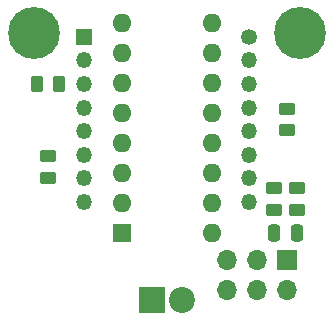
<source format=gbs>
G04 #@! TF.GenerationSoftware,KiCad,Pcbnew,(6.0.2)*
G04 #@! TF.CreationDate,2022-09-28T01:57:45+02:00*
G04 #@! TF.ProjectId,Tiny-Power-Meter,54696e79-2d50-46f7-9765-722d4d657465,rev?*
G04 #@! TF.SameCoordinates,Original*
G04 #@! TF.FileFunction,Soldermask,Bot*
G04 #@! TF.FilePolarity,Negative*
%FSLAX46Y46*%
G04 Gerber Fmt 4.6, Leading zero omitted, Abs format (unit mm)*
G04 Created by KiCad (PCBNEW (6.0.2)) date 2022-09-28 01:57:45*
%MOMM*%
%LPD*%
G01*
G04 APERTURE LIST*
G04 Aperture macros list*
%AMRoundRect*
0 Rectangle with rounded corners*
0 $1 Rounding radius*
0 $2 $3 $4 $5 $6 $7 $8 $9 X,Y pos of 4 corners*
0 Add a 4 corners polygon primitive as box body*
4,1,4,$2,$3,$4,$5,$6,$7,$8,$9,$2,$3,0*
0 Add four circle primitives for the rounded corners*
1,1,$1+$1,$2,$3*
1,1,$1+$1,$4,$5*
1,1,$1+$1,$6,$7*
1,1,$1+$1,$8,$9*
0 Add four rect primitives between the rounded corners*
20,1,$1+$1,$2,$3,$4,$5,0*
20,1,$1+$1,$4,$5,$6,$7,0*
20,1,$1+$1,$6,$7,$8,$9,0*
20,1,$1+$1,$8,$9,$2,$3,0*%
G04 Aperture macros list end*
%ADD10R,2.200000X2.200000*%
%ADD11C,2.200000*%
%ADD12R,1.350000X1.350000*%
%ADD13O,1.350000X1.350000*%
%ADD14C,1.350000*%
%ADD15R,1.700000X1.700000*%
%ADD16O,1.700000X1.700000*%
%ADD17C,0.700000*%
%ADD18C,4.400000*%
%ADD19RoundRect,0.250000X0.450000X-0.262500X0.450000X0.262500X-0.450000X0.262500X-0.450000X-0.262500X0*%
%ADD20RoundRect,0.250000X0.262500X0.450000X-0.262500X0.450000X-0.262500X-0.450000X0.262500X-0.450000X0*%
%ADD21RoundRect,0.250000X-0.450000X0.262500X-0.450000X-0.262500X0.450000X-0.262500X0.450000X0.262500X0*%
%ADD22O,1.600000X1.600000*%
%ADD23R,1.600000X1.600000*%
%ADD24RoundRect,0.250000X-0.250000X-0.475000X0.250000X-0.475000X0.250000X0.475000X-0.250000X0.475000X0*%
G04 APERTURE END LIST*
D10*
X148800000Y-93100000D03*
D11*
X151340000Y-93100000D03*
D12*
X143045000Y-70780000D03*
D13*
X143045000Y-72780000D03*
X143045000Y-74780000D03*
X143045000Y-76780000D03*
X143045000Y-78780000D03*
X143045000Y-80780000D03*
X143045000Y-82780000D03*
X143045000Y-84780000D03*
X157045000Y-84780000D03*
X157045000Y-82780000D03*
X157045000Y-80780000D03*
X157045000Y-78780000D03*
X157045000Y-76780000D03*
X157045000Y-74780000D03*
X157045000Y-72780000D03*
D14*
X157045000Y-70780000D03*
D15*
X160200000Y-89650000D03*
D16*
X160200000Y-92190000D03*
X157660000Y-89650000D03*
X157660000Y-92190000D03*
X155120000Y-89650000D03*
X155120000Y-92190000D03*
D17*
X162466726Y-71666726D03*
X162950000Y-70500000D03*
X162466726Y-69333274D03*
X161300000Y-72150000D03*
X160133274Y-71666726D03*
X161300000Y-68850000D03*
X159650000Y-70500000D03*
D18*
X161300000Y-70500000D03*
D17*
X160133274Y-69333274D03*
X139966726Y-71666726D03*
X140450000Y-70500000D03*
X137633274Y-71666726D03*
X139966726Y-69333274D03*
X137150000Y-70500000D03*
X138800000Y-72150000D03*
X137633274Y-69333274D03*
X138800000Y-68850000D03*
D18*
X138800000Y-70500000D03*
D19*
X160200000Y-78712500D03*
X160200000Y-76887500D03*
X140000000Y-82712500D03*
X140000000Y-80887500D03*
D20*
X140912500Y-74800000D03*
X139087500Y-74800000D03*
D19*
X159100000Y-85412500D03*
X159100000Y-83587500D03*
D21*
X161100000Y-83587500D03*
X161100000Y-85412500D03*
D22*
X153870000Y-87375000D03*
X153870000Y-84835000D03*
X153870000Y-82295000D03*
X153870000Y-79755000D03*
X153870000Y-77215000D03*
X153870000Y-74675000D03*
X153870000Y-72135000D03*
X153870000Y-69595000D03*
X146250000Y-69595000D03*
X146250000Y-72135000D03*
X146250000Y-74675000D03*
X146250000Y-77215000D03*
X146250000Y-79755000D03*
X146250000Y-82295000D03*
X146250000Y-84835000D03*
D23*
X146250000Y-87375000D03*
D24*
X159150000Y-87400000D03*
X161050000Y-87400000D03*
M02*

</source>
